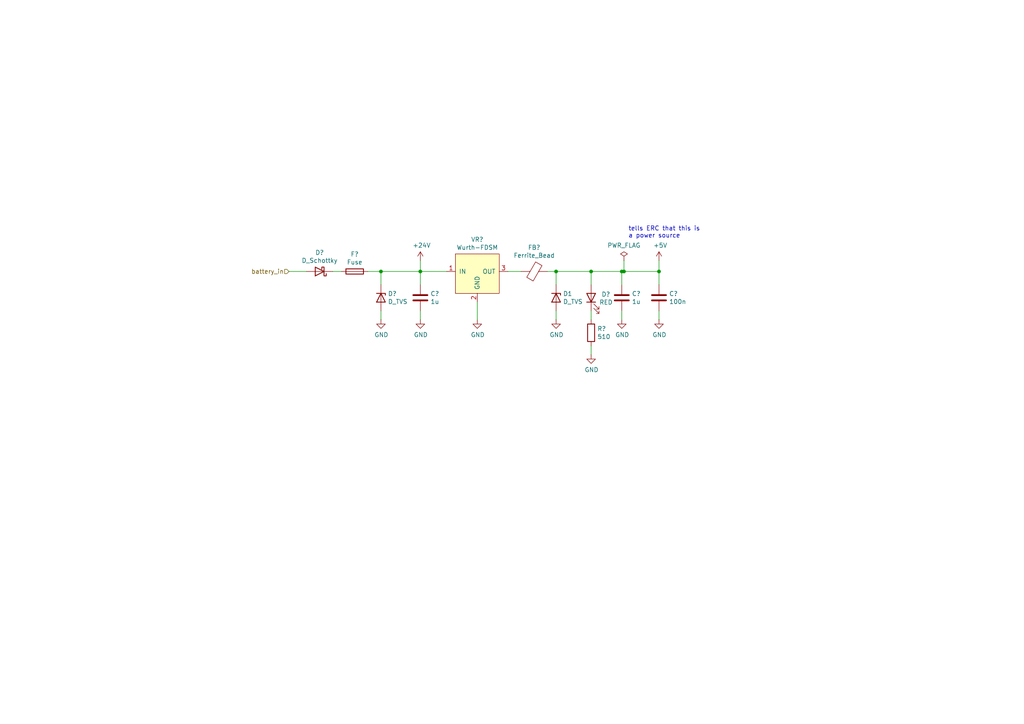
<source format=kicad_sch>
(kicad_sch (version 20231120) (generator "eeschema") (generator_version "8.0")
  (paper "A4")
  (title_block (title "Schematic Blocks") (date "2019-12-05") (rev "1.0") (company "KTH Formula Student") (comment 1 " - ") (comment 2 "Jordi Altayó") (comment 3 "jordiag@kth.se") (comment 4 "Top page"))
  (lib_symbols
    (symbol "Device:C" (pin_numbers hide) (pin_names (offset 0.254))
      (property "Reference" "C" (at 0.635 2.54 0))
      (property "Value" "C" (at 0.635 -2.54 0))
      (symbol "C_0_1"
        (polyline (pts (xy -2.032 -0.762) (xy 2.032 -0.762)) (stroke (width 0.508)))
        (polyline (pts (xy -2.032 0.762) (xy 2.032 0.762)) (stroke (width 0.508)))
      )
      (symbol "C_1_1"
        (pin passive line (at 0 3.81 270) (length 2.794) (name "~") (number "1"))
        (pin passive line (at 0 -3.81 90) (length 2.794) (name "~") (number "2"))
      )
    )
    (symbol "Device:D_Schottky" (pin_numbers hide) (pin_names (offset 1.016) hide)
      (property "Reference" "D" (at 0 2.54 0))
      (property "Value" "D_Schottky" (at 0 -2.54 0))
      (symbol "D_Schottky_0_1"
        (polyline (pts (xy 1.27 0) (xy -1.27 0)))
        (polyline (pts (xy 1.27 1.27) (xy 1.27 -1.27) (xy -1.27 0) (xy 1.27 1.27)) (stroke (width 0.254)))
        (polyline (pts (xy -1.905 0.635) (xy -1.905 1.27) (xy -1.27 1.27) (xy -1.27 -1.27) (xy -0.635 -1.27) (xy -0.635 -0.635)) (stroke (width 0.254)))
      )
      (symbol "D_Schottky_1_1"
        (pin passive line (at -3.81 0 0) (length 2.54) (name "K") (number "1"))
        (pin passive line (at 3.81 0 180) (length 2.54) (name "A") (number "2"))
      )
    )
    (symbol "Device:D_Zener" (pin_numbers hide) (pin_names (offset 1.016) hide)
      (property "Reference" "D" (at 0 2.54 0))
      (property "Value" "D_Zener" (at 0 -2.54 0))
      (symbol "D_Zener_0_1"
        (polyline (pts (xy 1.27 0) (xy -1.27 0)))
        (polyline (pts (xy -1.27 -1.27) (xy -1.27 1.27) (xy -0.762 1.27)) (stroke (width 0.254)))
        (polyline (pts (xy 1.27 -1.27) (xy 1.27 1.27) (xy -1.27 0) (xy 1.27 -1.27)) (stroke (width 0.254)))
      )
      (symbol "D_Zener_1_1"
        (pin passive line (at -3.81 0 0) (length 2.54) (name "K") (number "1"))
        (pin passive line (at 3.81 0 180) (length 2.54) (name "A") (number "2"))
      )
    )
    (symbol "Device:Fuse" (pin_numbers hide) (pin_names (offset 0))
      (property "Reference" "F" (at 2.032 0 90))
      (property "Value" "Fuse" (at -1.905 0 90))
      (symbol "Fuse_0_1"
        (rectangle (start -0.762 -2.54) (end 0.762 2.54) (stroke (width 0.254)))
        (polyline (pts (xy 0 2.54) (xy 0 -2.54)))
      )
      (symbol "Fuse_1_1"
        (pin passive line (at 0 3.81 270) (length 1.27) (name "~") (number "1"))
        (pin passive line (at 0 -3.81 90) (length 1.27) (name "~") (number "2"))
      )
    )
    (symbol "Device:LED" (pin_numbers hide) (pin_names (offset 1.016) hide)
      (property "Reference" "D" (at 0 2.54 0))
      (property "Value" "LED" (at 0 -2.54 0))
      (symbol "LED_0_1"
        (polyline (pts (xy -1.27 -1.27) (xy -1.27 1.27)) (stroke (width 0.254)))
        (polyline (pts (xy -1.27 0) (xy 1.27 0)))
        (polyline (pts (xy 1.27 -1.27) (xy 1.27 1.27) (xy -1.27 0) (xy 1.27 -1.27)) (stroke (width 0.254)))
        (polyline (pts (xy -3.048 -0.762) (xy -4.572 -2.286) (xy -3.81 -2.286) (xy -4.572 -2.286) (xy -4.572 -1.524)))
        (polyline (pts (xy -1.778 -0.762) (xy -3.302 -2.286) (xy -2.54 -2.286) (xy -3.302 -2.286) (xy -3.302 -1.524)))
      )
      (symbol "LED_1_1"
        (pin passive line (at -3.81 0 0) (length 2.54) (name "K") (number "1"))
        (pin passive line (at 3.81 0 180) (length 2.54) (name "A") (number "2"))
      )
    )
    (symbol "Device:R" (pin_numbers hide) (pin_names (offset 0))
      (property "Reference" "R" (at 2.032 0 90))
      (property "Value" "R" (at 0 0 90))
      (symbol "R_0_1"
        (rectangle (start -1.016 -2.54) (end 1.016 2.54) (stroke (width 0.254)))
      )
      (symbol "R_1_1"
        (pin passive line (at 0 3.81 270) (length 1.27) (name "~") (number "1"))
        (pin passive line (at 0 -3.81 90) (length 1.27) (name "~") (number "2"))
      )
    )
    (symbol "KTHFS:Wurth-FDSM" (pin_names (offset 1.016))
      (property "Reference" "VR" (at -5.08 6.35 0))
      (property "Value" "Wurth-FDSM" (at 0 3.81 0))
      (symbol "Wurth-FDSM_0_1"
        (rectangle (start 6.35 5.08) (end -6.35 -6.35) (fill (type background)))
      )
      (symbol "Wurth-FDSM_1_1"
        (pin power_in line (at -8.89 0 0) (length 2.54) (name "IN") (number "1"))
        (pin power_in line (at 0 -8.89 90) (length 2.54) (name "GND") (number "2"))
        (pin power_out line (at 8.89 0 180) (length 2.54) (name "OUT") (number "3"))
      )
    )
    (symbol "blocks-rescue:Ferrite_Bead-Device" (pin_numbers hide) (pin_names (offset 0))
      (property "Reference" "FB" (at -3.81 0.635 90))
      (property "Value" "Device_Ferrite_Bead" (at 3.81 0 90))
      (symbol "Ferrite_Bead-Device_0_1"
        (polyline (pts (xy 0 -1.27) (xy 0 -1.2192)))
        (polyline (pts (xy 0 1.27) (xy 0 1.2954)))
        (polyline (pts (xy -2.7686 0.4064) (xy -1.7018 2.2606) (xy 2.7686 -0.3048) (xy 1.6764 -2.159) (xy -2.7686 0.4064)))
      )
      (symbol "Ferrite_Bead-Device_1_1"
        (pin passive line (at 0 3.81 270) (length 2.54) (name "~") (number "1"))
        (pin passive line (at 0 -3.81 90) (length 2.54) (name "~") (number "2"))
      )
    )
    (symbol "power:+24V" (power) (pin_numbers hide) (pin_names (offset 0) hide)
      (property "Value" "+24V" (at 0 3.556 0))
      (symbol "+24V_0_1"
        (polyline (pts (xy -0.762 1.27) (xy 0 2.54)))
        (polyline (pts (xy 0 0) (xy 0 2.54)))
        (polyline (pts (xy 0 2.54) (xy 0.762 1.27)))
      )
      (symbol "+24V_1_1"
        (pin power_in line (at 0 0 90) (length 0) (name "~") (number "1"))
      )
    )
    (symbol "power:+5V" (power) (pin_names (offset 0))
      (property "Value" "+5V" (at 0 3.556 0))
      (symbol "+5V_0_1"
        (polyline (pts (xy -0.762 1.27) (xy 0 2.54)))
        (polyline (pts (xy 0 0) (xy 0 2.54)))
        (polyline (pts (xy 0 2.54) (xy 0.762 1.27)))
      )
      (symbol "+5V_1_1"
        (pin power_in line (at 0 0 90) (length 0) hide (name "+5V") (number "1"))
      )
    )
    (symbol "power:GND" (power) (pin_numbers hide) (pin_names (offset 0) hide)
      (property "Value" "GND" (at 0 -3.81 0))
      (symbol "GND_0_1"
        (polyline (pts (xy 0 0) (xy 0 -1.27) (xy 1.27 -1.27) (xy 0 -2.54) (xy -1.27 -1.27) (xy 0 -1.27)))
      )
      (symbol "GND_1_1"
        (pin power_in line (at 0 0 270) (length 0) (name "~") (number "1"))
      )
    )
    (symbol "power:PWR_FLAG" (power) (pin_numbers hide) (pin_names (offset 0) hide)
      (property "Value" "PWR_FLAG" (at 0 3.81 0))
      (symbol "PWR_FLAG_0_0"
        (pin power_out line (at 0 0 90) (length 0) (name "~") (number "1"))
      )
      (symbol "PWR_FLAG_0_1"
        (polyline (pts (xy 0 0) (xy 0 1.27) (xy -1.016 1.905) (xy 0 2.54) (xy 1.016 1.905) (xy 0 1.27)))
      )
    )
  )
  (junction (at 110.49 78.74))
  (junction (at 171.45 78.74))
  (junction (at 121.92 78.74))
  (junction (at 180.975 78.74))
  (junction (at 180.34 78.74))
  (junction (at 191.135 78.74))
  (junction (at 161.29 78.74))
  (wire (pts (xy 121.92 78.74) (xy 110.49 78.74)))
  (wire (pts (xy 191.135 75.565) (xy 191.135 78.74)))
  (wire (pts (xy 191.135 92.71) (xy 191.135 90.17)))
  (wire (pts (xy 191.135 78.74) (xy 180.975 78.74)))
  (wire (pts (xy 180.34 78.74) (xy 180.975 78.74)))
  (wire (pts (xy 161.29 92.71) (xy 161.29 90.17)))
  (wire (pts (xy 180.34 90.17) (xy 180.34 92.71)))
  (wire (pts (xy 110.49 92.71) (xy 110.49 90.17)))
  (wire (pts (xy 121.92 78.74) (xy 129.54 78.74)))
  (wire (pts (xy 121.92 92.71) (xy 121.92 90.17)))
  (wire (pts (xy 147.32 78.74) (xy 151.13 78.74)))
  (wire (pts (xy 121.92 82.55) (xy 121.92 78.74)))
  (wire (pts (xy 171.45 90.17) (xy 171.45 92.71)))
  (wire (pts (xy 180.34 82.55) (xy 180.34 78.74)))
  (wire (pts (xy 96.52 78.74) (xy 99.06 78.74)))
  (wire (pts (xy 158.75 78.74) (xy 161.29 78.74)))
  (wire (pts (xy 171.45 82.55) (xy 171.45 78.74)))
  (wire (pts (xy 171.45 78.74) (xy 180.34 78.74)))
  (wire (pts (xy 161.29 78.74) (xy 171.45 78.74)))
  (wire (pts (xy 83.82 78.74) (xy 88.9 78.74)))
  (wire (pts (xy 138.43 92.71) (xy 138.43 87.63)))
  (wire (pts (xy 110.49 78.74) (xy 106.68 78.74)))
  (wire (pts (xy 171.45 102.87) (xy 171.45 100.33)))
  (wire (pts (xy 161.29 78.74) (xy 161.29 82.55)))
  (wire (pts (xy 110.49 82.55) (xy 110.49 78.74)))
  (wire (pts (xy 121.92 75.565) (xy 121.92 78.74)))
  (wire (pts (xy 180.975 75.565) (xy 180.975 78.74)))
  (wire (pts (xy 191.135 82.55) (xy 191.135 78.74)))
  (text "tells ERC that this is\na power source" (at 182.245 69.215 0) (effects (font (size 1.27 1.27)) (justify left bottom)))
  (hierarchical_label "battery_in" (shape input) (at 83.82 78.74 180))
  (symbol (lib_id "KTHFS:Wurth-FDSM") (at 138.43 78.74 0) (unit 1)
    (property "Reference" "VR?" (at 138.43 69.469 0))
    (property "Value" "Wurth-FDSM" (at 138.43 71.7804 0))
    (property "Footprint" "KTHFS:Wurth-FDSM" (effects (hide yes)))
    (property "Datasheet" "https://katalog.we-online.de/pm/datasheet/173010578.pdf" (effects (hide yes)))
  )
  (symbol (lib_id "Device:Fuse") (at 102.87 78.74 270) (unit 1)
    (property "Reference" "F?" (at 102.87 73.7362 90))
    (property "Value" "Fuse" (at 102.87 76.0476 90))
  )
  (symbol (lib_id "Device:D_Schottky") (at 92.71 78.74 180) (unit 1)
    (property "Reference" "D?" (at 92.71 73.2536 0))
    (property "Value" "D_Schottky" (at 92.71 75.565 0))
  )
  (symbol (lib_id "Device:D_Zener") (at 110.49 86.36 270) (unit 1)
    (property "Reference" "D?" (at 112.4966 85.1916 90) (effects (justify left)))
    (property "Value" "D_TVS" (at 112.4966 87.503 90) (effects (justify left)))
    (property "Description" "Zener diode" (effects (hide yes)))
  )
  (symbol (lib_id "Device:C") (at 121.92 86.36 0) (unit 1)
    (property "Reference" "C?" (at 124.841 85.1916 0) (effects (justify left)))
    (property "Value" "1u" (at 124.841 87.503 0) (effects (justify left)))
  )
  (symbol (lib_id "power:GND") (at 138.43 92.71 0) (unit 1)
    (property "Reference" "#PWR0108" (effects (hide yes)))
    (property "Value" "GND" (at 138.557 97.1042 0))
    (property "Description" "Power symbol creates a global label with name \"GND\" , ground" (effects (hide yes)))
  )
  (symbol (lib_id "power:GND") (at 121.92 92.71 0) (unit 1)
    (property "Reference" "#PWR0107" (effects (hide yes)))
    (property "Value" "GND" (at 122.047 97.1042 0))
    (property "Description" "Power symbol creates a global label with name \"GND\" , ground" (effects (hide yes)))
  )
  (symbol (lib_id "power:GND") (at 110.49 92.71 0) (unit 1)
    (property "Reference" "#PWR0106" (effects (hide yes)))
    (property "Value" "GND" (at 110.617 97.1042 0))
    (property "Description" "Power symbol creates a global label with name \"GND\" , ground" (effects (hide yes)))
  )
  (symbol (lib_id "Device:C") (at 180.34 86.36 0) (unit 1)
    (property "Reference" "C?" (at 183.261 85.1916 0) (effects (justify left)))
    (property "Value" "1u" (at 183.261 87.503 0) (effects (justify left)))
  )
  (symbol (lib_id "power:+24V") (at 121.92 75.565 0) (unit 1)
    (property "Reference" "#PWR0109" (effects (hide yes)))
    (property "Value" "+24V" (at 122.301 71.1708 0))
    (property "Description" "Power symbol creates a global label with name \"+24V\"" (effects (hide yes)))
  )
  (symbol (lib_id "power:+5V") (at 191.135 75.565 0) (unit 1)
    (property "Reference" "#PWR0104" (effects (hide yes)))
    (property "Value" "+5V" (at 191.516 71.1708 0))
  )
  (symbol (lib_id "Device:C") (at 191.135 86.36 0) (unit 1)
    (property "Reference" "C?" (at 194.056 85.1916 0) (effects (justify left)))
    (property "Value" "100n" (at 194.056 87.503 0) (effects (justify left)))
  )
  (symbol (lib_id "power:GND") (at 161.29 92.71 0) (unit 1)
    (property "Reference" "#PWR0105" (effects (hide yes)))
    (property "Value" "GND" (at 161.417 97.1042 0))
    (property "Description" "Power symbol creates a global label with name \"GND\" , ground" (effects (hide yes)))
  )
  (symbol (lib_id "power:GND") (at 180.34 92.71 0) (unit 1)
    (property "Reference" "#PWR0101" (effects (hide yes)))
    (property "Value" "GND" (at 180.467 97.1042 0))
    (property "Description" "Power symbol creates a global label with name \"GND\" , ground" (effects (hide yes)))
  )
  (symbol (lib_id "power:GND") (at 191.135 92.71 0) (unit 1)
    (property "Reference" "#PWR0103" (effects (hide yes)))
    (property "Value" "GND" (at 191.262 97.1042 0))
    (property "Description" "Power symbol creates a global label with name \"GND\" , ground" (effects (hide yes)))
  )
  (symbol (lib_id "power:PWR_FLAG") (at 180.975 75.565 0) (unit 1)
    (property "Reference" "#FLG0101" (effects (hide yes)))
    (property "Value" "PWR_FLAG" (at 180.975 71.1708 0))
    (property "Description" "Special symbol for telling ERC where power comes from" (effects (hide yes)))
  )
  (symbol (lib_id "Device:LED") (at 171.45 86.36 90) (unit 1)
    (property "Reference" "D?" (at 174.4472 85.3694 90) (effects (justify right)))
    (property "Value" "RED" (at 173.8122 87.6808 90) (effects (justify right)))
  )
  (symbol (lib_id "Device:R") (at 171.45 96.52 0) (unit 1)
    (property "Reference" "R?" (at 173.228 95.3516 0) (effects (justify left)))
    (property "Value" "510" (at 173.228 97.663 0) (effects (justify left)))
  )
  (symbol (lib_id "blocks-rescue:Ferrite_Bead-Device") (at 154.94 78.74 270) (unit 1)
    (property "Reference" "FB?" (at 154.94 71.7804 90))
    (property "Value" "Ferrite_Bead" (at 154.94 74.0918 90))
  )
  (symbol (lib_id "power:GND") (at 171.45 102.87 0) (unit 1)
    (property "Reference" "#PWR0102" (effects (hide yes)))
    (property "Value" "GND" (at 171.577 107.2642 0))
    (property "Description" "Power symbol creates a global label with name \"GND\" , ground" (effects (hide yes)))
  )
  (symbol (lib_id "Device:D_Zener") (at 161.29 86.36 270) (unit 1)
    (property "Reference" "D1" (at 163.2966 85.1916 90) (effects (justify left)))
    (property "Value" "D_TVS" (at 163.2966 87.503 90) (effects (justify left)))
    (property "Description" "Zener diode" (effects (hide yes)))
  )
)
</source>
